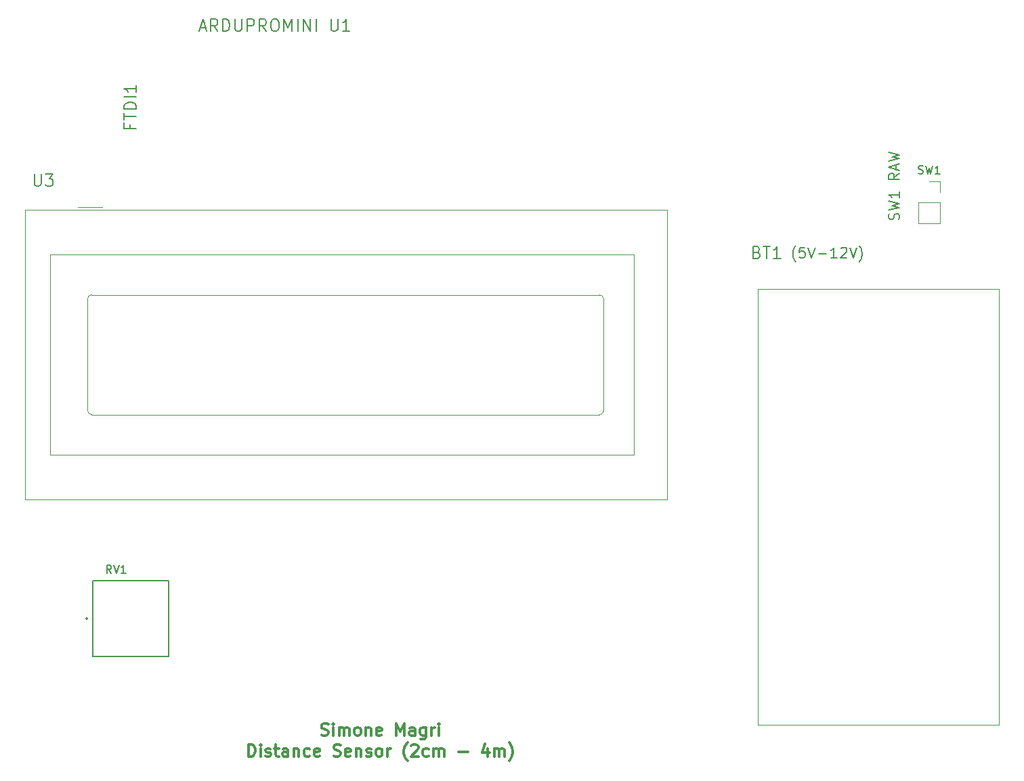
<source format=gbr>
%TF.GenerationSoftware,KiCad,Pcbnew,5.1.10-88a1d61d58~88~ubuntu18.04.1*%
%TF.CreationDate,2021-11-19T11:59:42+11:00*%
%TF.ProjectId,distanceSensorUltrasonicLCD,64697374-616e-4636-9553-656e736f7255,1.0*%
%TF.SameCoordinates,Original*%
%TF.FileFunction,Legend,Top*%
%TF.FilePolarity,Positive*%
%FSLAX46Y46*%
G04 Gerber Fmt 4.6, Leading zero omitted, Abs format (unit mm)*
G04 Created by KiCad (PCBNEW 5.1.10-88a1d61d58~88~ubuntu18.04.1) date 2021-11-19 11:59:42*
%MOMM*%
%LPD*%
G01*
G04 APERTURE LIST*
%ADD10C,0.375000*%
%ADD11C,0.127000*%
%ADD12C,0.200000*%
%ADD13C,0.120000*%
%ADD14C,0.150000*%
G04 APERTURE END LIST*
D10*
X134847142Y-149154642D02*
X135061428Y-149226071D01*
X135418571Y-149226071D01*
X135561428Y-149154642D01*
X135632857Y-149083214D01*
X135704285Y-148940357D01*
X135704285Y-148797500D01*
X135632857Y-148654642D01*
X135561428Y-148583214D01*
X135418571Y-148511785D01*
X135132857Y-148440357D01*
X134990000Y-148368928D01*
X134918571Y-148297500D01*
X134847142Y-148154642D01*
X134847142Y-148011785D01*
X134918571Y-147868928D01*
X134990000Y-147797500D01*
X135132857Y-147726071D01*
X135490000Y-147726071D01*
X135704285Y-147797500D01*
X136347142Y-149226071D02*
X136347142Y-148226071D01*
X136347142Y-147726071D02*
X136275714Y-147797500D01*
X136347142Y-147868928D01*
X136418571Y-147797500D01*
X136347142Y-147726071D01*
X136347142Y-147868928D01*
X137061428Y-149226071D02*
X137061428Y-148226071D01*
X137061428Y-148368928D02*
X137132857Y-148297500D01*
X137275714Y-148226071D01*
X137490000Y-148226071D01*
X137632857Y-148297500D01*
X137704285Y-148440357D01*
X137704285Y-149226071D01*
X137704285Y-148440357D02*
X137775714Y-148297500D01*
X137918571Y-148226071D01*
X138132857Y-148226071D01*
X138275714Y-148297500D01*
X138347142Y-148440357D01*
X138347142Y-149226071D01*
X139275714Y-149226071D02*
X139132857Y-149154642D01*
X139061428Y-149083214D01*
X138990000Y-148940357D01*
X138990000Y-148511785D01*
X139061428Y-148368928D01*
X139132857Y-148297500D01*
X139275714Y-148226071D01*
X139490000Y-148226071D01*
X139632857Y-148297500D01*
X139704285Y-148368928D01*
X139775714Y-148511785D01*
X139775714Y-148940357D01*
X139704285Y-149083214D01*
X139632857Y-149154642D01*
X139490000Y-149226071D01*
X139275714Y-149226071D01*
X140418571Y-148226071D02*
X140418571Y-149226071D01*
X140418571Y-148368928D02*
X140490000Y-148297500D01*
X140632857Y-148226071D01*
X140847142Y-148226071D01*
X140990000Y-148297500D01*
X141061428Y-148440357D01*
X141061428Y-149226071D01*
X142347142Y-149154642D02*
X142204285Y-149226071D01*
X141918571Y-149226071D01*
X141775714Y-149154642D01*
X141704285Y-149011785D01*
X141704285Y-148440357D01*
X141775714Y-148297500D01*
X141918571Y-148226071D01*
X142204285Y-148226071D01*
X142347142Y-148297500D01*
X142418571Y-148440357D01*
X142418571Y-148583214D01*
X141704285Y-148726071D01*
X144204285Y-149226071D02*
X144204285Y-147726071D01*
X144704285Y-148797500D01*
X145204285Y-147726071D01*
X145204285Y-149226071D01*
X146561428Y-149226071D02*
X146561428Y-148440357D01*
X146490000Y-148297500D01*
X146347142Y-148226071D01*
X146061428Y-148226071D01*
X145918571Y-148297500D01*
X146561428Y-149154642D02*
X146418571Y-149226071D01*
X146061428Y-149226071D01*
X145918571Y-149154642D01*
X145847142Y-149011785D01*
X145847142Y-148868928D01*
X145918571Y-148726071D01*
X146061428Y-148654642D01*
X146418571Y-148654642D01*
X146561428Y-148583214D01*
X147918571Y-148226071D02*
X147918571Y-149440357D01*
X147847142Y-149583214D01*
X147775714Y-149654642D01*
X147632857Y-149726071D01*
X147418571Y-149726071D01*
X147275714Y-149654642D01*
X147918571Y-149154642D02*
X147775714Y-149226071D01*
X147490000Y-149226071D01*
X147347142Y-149154642D01*
X147275714Y-149083214D01*
X147204285Y-148940357D01*
X147204285Y-148511785D01*
X147275714Y-148368928D01*
X147347142Y-148297500D01*
X147490000Y-148226071D01*
X147775714Y-148226071D01*
X147918571Y-148297500D01*
X148632857Y-149226071D02*
X148632857Y-148226071D01*
X148632857Y-148511785D02*
X148704285Y-148368928D01*
X148775714Y-148297500D01*
X148918571Y-148226071D01*
X149061428Y-148226071D01*
X149561428Y-149226071D02*
X149561428Y-148226071D01*
X149561428Y-147726071D02*
X149490000Y-147797500D01*
X149561428Y-147868928D01*
X149632857Y-147797500D01*
X149561428Y-147726071D01*
X149561428Y-147868928D01*
X125739999Y-151851071D02*
X125739999Y-150351071D01*
X126097142Y-150351071D01*
X126311428Y-150422500D01*
X126454285Y-150565357D01*
X126525714Y-150708214D01*
X126597142Y-150993928D01*
X126597142Y-151208214D01*
X126525714Y-151493928D01*
X126454285Y-151636785D01*
X126311428Y-151779642D01*
X126097142Y-151851071D01*
X125739999Y-151851071D01*
X127239999Y-151851071D02*
X127239999Y-150851071D01*
X127239999Y-150351071D02*
X127168571Y-150422500D01*
X127239999Y-150493928D01*
X127311428Y-150422500D01*
X127239999Y-150351071D01*
X127239999Y-150493928D01*
X127882857Y-151779642D02*
X128025714Y-151851071D01*
X128311428Y-151851071D01*
X128454285Y-151779642D01*
X128525714Y-151636785D01*
X128525714Y-151565357D01*
X128454285Y-151422500D01*
X128311428Y-151351071D01*
X128097142Y-151351071D01*
X127954285Y-151279642D01*
X127882857Y-151136785D01*
X127882857Y-151065357D01*
X127954285Y-150922500D01*
X128097142Y-150851071D01*
X128311428Y-150851071D01*
X128454285Y-150922500D01*
X128954285Y-150851071D02*
X129525714Y-150851071D01*
X129168571Y-150351071D02*
X129168571Y-151636785D01*
X129239999Y-151779642D01*
X129382857Y-151851071D01*
X129525714Y-151851071D01*
X130668571Y-151851071D02*
X130668571Y-151065357D01*
X130597142Y-150922500D01*
X130454285Y-150851071D01*
X130168571Y-150851071D01*
X130025714Y-150922500D01*
X130668571Y-151779642D02*
X130525714Y-151851071D01*
X130168571Y-151851071D01*
X130025714Y-151779642D01*
X129954285Y-151636785D01*
X129954285Y-151493928D01*
X130025714Y-151351071D01*
X130168571Y-151279642D01*
X130525714Y-151279642D01*
X130668571Y-151208214D01*
X131382857Y-150851071D02*
X131382857Y-151851071D01*
X131382857Y-150993928D02*
X131454285Y-150922500D01*
X131597142Y-150851071D01*
X131811428Y-150851071D01*
X131954285Y-150922500D01*
X132025714Y-151065357D01*
X132025714Y-151851071D01*
X133382857Y-151779642D02*
X133239999Y-151851071D01*
X132954285Y-151851071D01*
X132811428Y-151779642D01*
X132739999Y-151708214D01*
X132668571Y-151565357D01*
X132668571Y-151136785D01*
X132739999Y-150993928D01*
X132811428Y-150922500D01*
X132954285Y-150851071D01*
X133239999Y-150851071D01*
X133382857Y-150922500D01*
X134597142Y-151779642D02*
X134454285Y-151851071D01*
X134168571Y-151851071D01*
X134025714Y-151779642D01*
X133954285Y-151636785D01*
X133954285Y-151065357D01*
X134025714Y-150922500D01*
X134168571Y-150851071D01*
X134454285Y-150851071D01*
X134597142Y-150922500D01*
X134668571Y-151065357D01*
X134668571Y-151208214D01*
X133954285Y-151351071D01*
X136382857Y-151779642D02*
X136597142Y-151851071D01*
X136954285Y-151851071D01*
X137097142Y-151779642D01*
X137168571Y-151708214D01*
X137240000Y-151565357D01*
X137240000Y-151422500D01*
X137168571Y-151279642D01*
X137097142Y-151208214D01*
X136954285Y-151136785D01*
X136668571Y-151065357D01*
X136525714Y-150993928D01*
X136454285Y-150922500D01*
X136382857Y-150779642D01*
X136382857Y-150636785D01*
X136454285Y-150493928D01*
X136525714Y-150422500D01*
X136668571Y-150351071D01*
X137025714Y-150351071D01*
X137240000Y-150422500D01*
X138454285Y-151779642D02*
X138311428Y-151851071D01*
X138025714Y-151851071D01*
X137882857Y-151779642D01*
X137811428Y-151636785D01*
X137811428Y-151065357D01*
X137882857Y-150922500D01*
X138025714Y-150851071D01*
X138311428Y-150851071D01*
X138454285Y-150922500D01*
X138525714Y-151065357D01*
X138525714Y-151208214D01*
X137811428Y-151351071D01*
X139168571Y-150851071D02*
X139168571Y-151851071D01*
X139168571Y-150993928D02*
X139240000Y-150922500D01*
X139382857Y-150851071D01*
X139597142Y-150851071D01*
X139740000Y-150922500D01*
X139811428Y-151065357D01*
X139811428Y-151851071D01*
X140454285Y-151779642D02*
X140597142Y-151851071D01*
X140882857Y-151851071D01*
X141025714Y-151779642D01*
X141097142Y-151636785D01*
X141097142Y-151565357D01*
X141025714Y-151422500D01*
X140882857Y-151351071D01*
X140668571Y-151351071D01*
X140525714Y-151279642D01*
X140454285Y-151136785D01*
X140454285Y-151065357D01*
X140525714Y-150922500D01*
X140668571Y-150851071D01*
X140882857Y-150851071D01*
X141025714Y-150922500D01*
X141954285Y-151851071D02*
X141811428Y-151779642D01*
X141740000Y-151708214D01*
X141668571Y-151565357D01*
X141668571Y-151136785D01*
X141740000Y-150993928D01*
X141811428Y-150922500D01*
X141954285Y-150851071D01*
X142168571Y-150851071D01*
X142311428Y-150922500D01*
X142382857Y-150993928D01*
X142454285Y-151136785D01*
X142454285Y-151565357D01*
X142382857Y-151708214D01*
X142311428Y-151779642D01*
X142168571Y-151851071D01*
X141954285Y-151851071D01*
X143097142Y-151851071D02*
X143097142Y-150851071D01*
X143097142Y-151136785D02*
X143168571Y-150993928D01*
X143240000Y-150922500D01*
X143382857Y-150851071D01*
X143525714Y-150851071D01*
X145597142Y-152422500D02*
X145525714Y-152351071D01*
X145382857Y-152136785D01*
X145311428Y-151993928D01*
X145240000Y-151779642D01*
X145168571Y-151422500D01*
X145168571Y-151136785D01*
X145240000Y-150779642D01*
X145311428Y-150565357D01*
X145382857Y-150422500D01*
X145525714Y-150208214D01*
X145597142Y-150136785D01*
X146097142Y-150493928D02*
X146168571Y-150422500D01*
X146311428Y-150351071D01*
X146668571Y-150351071D01*
X146811428Y-150422500D01*
X146882857Y-150493928D01*
X146954285Y-150636785D01*
X146954285Y-150779642D01*
X146882857Y-150993928D01*
X146025714Y-151851071D01*
X146954285Y-151851071D01*
X148240000Y-151779642D02*
X148097142Y-151851071D01*
X147811428Y-151851071D01*
X147668571Y-151779642D01*
X147597142Y-151708214D01*
X147525714Y-151565357D01*
X147525714Y-151136785D01*
X147597142Y-150993928D01*
X147668571Y-150922500D01*
X147811428Y-150851071D01*
X148097142Y-150851071D01*
X148240000Y-150922500D01*
X148882857Y-151851071D02*
X148882857Y-150851071D01*
X148882857Y-150993928D02*
X148954285Y-150922500D01*
X149097142Y-150851071D01*
X149311428Y-150851071D01*
X149454285Y-150922500D01*
X149525714Y-151065357D01*
X149525714Y-151851071D01*
X149525714Y-151065357D02*
X149597142Y-150922500D01*
X149740000Y-150851071D01*
X149954285Y-150851071D01*
X150097142Y-150922500D01*
X150168571Y-151065357D01*
X150168571Y-151851071D01*
X152025714Y-151279642D02*
X153168571Y-151279642D01*
X155668571Y-150851071D02*
X155668571Y-151851071D01*
X155311428Y-150279642D02*
X154954285Y-151351071D01*
X155882857Y-151351071D01*
X156454285Y-151851071D02*
X156454285Y-150851071D01*
X156454285Y-150993928D02*
X156525714Y-150922500D01*
X156668571Y-150851071D01*
X156882857Y-150851071D01*
X157025714Y-150922500D01*
X157097142Y-151065357D01*
X157097142Y-151851071D01*
X157097142Y-151065357D02*
X157168571Y-150922500D01*
X157311428Y-150851071D01*
X157525714Y-150851071D01*
X157668571Y-150922500D01*
X157740000Y-151065357D01*
X157740000Y-151851071D01*
X158311428Y-152422500D02*
X158382857Y-152351071D01*
X158525714Y-152136785D01*
X158597142Y-151993928D01*
X158668571Y-151779642D01*
X158740000Y-151422500D01*
X158740000Y-151136785D01*
X158668571Y-150779642D01*
X158597142Y-150565357D01*
X158525714Y-150422500D01*
X158382857Y-150208214D01*
X158311428Y-150136785D01*
D11*
%TO.C,RV1*%
X106233000Y-129840000D02*
X106233000Y-139370000D01*
X106233000Y-139370000D02*
X115763000Y-139370000D01*
X115763000Y-139370000D02*
X115763000Y-129840000D01*
X115763000Y-129840000D02*
X106233000Y-129840000D01*
D12*
X105598000Y-134620000D02*
G75*
G03*
X105598000Y-134620000I-100000J0D01*
G01*
D13*
%TO.C,U3*%
X100918000Y-114106000D02*
X100918000Y-89106000D01*
X173918000Y-114106000D02*
X100918000Y-114106000D01*
X173918000Y-89106000D02*
X173918000Y-114106000D01*
X100918000Y-89106000D02*
X173918000Y-89106000D01*
X170118000Y-94606000D02*
X170118000Y-108606000D01*
X169618660Y-109106000D02*
X106118000Y-109106000D01*
X105618280Y-108605320D02*
X105618280Y-94606000D01*
X106118000Y-94106000D02*
X169618000Y-94106000D01*
X104418000Y-83106000D02*
X107418000Y-83106000D01*
X97788000Y-83466000D02*
X98578000Y-83466000D01*
X97778000Y-83466000D02*
X97778000Y-119746000D01*
X178058000Y-83466000D02*
X98578000Y-83466000D01*
X178058000Y-119746000D02*
X178058000Y-83466000D01*
X97778000Y-119746000D02*
X178058000Y-119746000D01*
X170118000Y-94606000D02*
G75*
G03*
X169618000Y-94106000I-500000J0D01*
G01*
X169618660Y-109105700D02*
G75*
G03*
X170119040Y-108605320I0J500380D01*
G01*
X105618280Y-108605320D02*
G75*
G03*
X106118660Y-109105700I500380J0D01*
G01*
X106118660Y-94104460D02*
G75*
G03*
X105618280Y-94604840I0J-500380D01*
G01*
%TO.C,BT1*%
X219570000Y-147920000D02*
X189370000Y-147920000D01*
X219570000Y-93420000D02*
X219570000Y-147920000D01*
X189370000Y-93420000D02*
X219570000Y-93420000D01*
X189370000Y-147920000D02*
X189370000Y-93420000D01*
%TO.C,SW1*%
X210820000Y-79950000D02*
X212150000Y-79950000D01*
X212150000Y-79950000D02*
X212150000Y-81280000D01*
X212150000Y-82550000D02*
X212150000Y-85150000D01*
X209490000Y-85150000D02*
X212150000Y-85150000D01*
X209490000Y-82550000D02*
X209490000Y-85150000D01*
X209490000Y-82550000D02*
X212150000Y-82550000D01*
%TO.C,RV1*%
D14*
X108577761Y-128937380D02*
X108244428Y-128461190D01*
X108006333Y-128937380D02*
X108006333Y-127937380D01*
X108387285Y-127937380D01*
X108482523Y-127985000D01*
X108530142Y-128032619D01*
X108577761Y-128127857D01*
X108577761Y-128270714D01*
X108530142Y-128365952D01*
X108482523Y-128413571D01*
X108387285Y-128461190D01*
X108006333Y-128461190D01*
X108863476Y-127937380D02*
X109196809Y-128937380D01*
X109530142Y-127937380D01*
X110387285Y-128937380D02*
X109815857Y-128937380D01*
X110101571Y-128937380D02*
X110101571Y-127937380D01*
X110006333Y-128080238D01*
X109911095Y-128175476D01*
X109815857Y-128223095D01*
%TO.C,U3*%
X98955142Y-78985371D02*
X98955142Y-80199657D01*
X99026571Y-80342514D01*
X99098000Y-80413942D01*
X99240857Y-80485371D01*
X99526571Y-80485371D01*
X99669428Y-80413942D01*
X99740857Y-80342514D01*
X99812285Y-80199657D01*
X99812285Y-78985371D01*
X100383714Y-78985371D02*
X101312285Y-78985371D01*
X100812285Y-79556800D01*
X101026571Y-79556800D01*
X101169428Y-79628228D01*
X101240857Y-79699657D01*
X101312285Y-79842514D01*
X101312285Y-80199657D01*
X101240857Y-80342514D01*
X101169428Y-80413942D01*
X101026571Y-80485371D01*
X100598000Y-80485371D01*
X100455142Y-80413942D01*
X100383714Y-80342514D01*
%TO.C,FTDI1*%
X110916257Y-72790571D02*
X110916257Y-73290571D01*
X111701971Y-73290571D02*
X110201971Y-73290571D01*
X110201971Y-72576285D01*
X110201971Y-72219142D02*
X110201971Y-71362000D01*
X111701971Y-71790571D02*
X110201971Y-71790571D01*
X111701971Y-70862000D02*
X110201971Y-70862000D01*
X110201971Y-70504857D01*
X110273400Y-70290571D01*
X110416257Y-70147714D01*
X110559114Y-70076285D01*
X110844828Y-70004857D01*
X111059114Y-70004857D01*
X111344828Y-70076285D01*
X111487685Y-70147714D01*
X111630542Y-70290571D01*
X111701971Y-70504857D01*
X111701971Y-70862000D01*
X111701971Y-69362000D02*
X110201971Y-69362000D01*
X111701971Y-67862000D02*
X111701971Y-68719142D01*
X111701971Y-68290571D02*
X110201971Y-68290571D01*
X110416257Y-68433428D01*
X110559114Y-68576285D01*
X110630542Y-68719142D01*
X119674857Y-60702000D02*
X120389142Y-60702000D01*
X119532000Y-61130571D02*
X120032000Y-59630571D01*
X120532000Y-61130571D01*
X121889142Y-61130571D02*
X121389142Y-60416285D01*
X121032000Y-61130571D02*
X121032000Y-59630571D01*
X121603428Y-59630571D01*
X121746285Y-59702000D01*
X121817714Y-59773428D01*
X121889142Y-59916285D01*
X121889142Y-60130571D01*
X121817714Y-60273428D01*
X121746285Y-60344857D01*
X121603428Y-60416285D01*
X121032000Y-60416285D01*
X122532000Y-61130571D02*
X122532000Y-59630571D01*
X122889142Y-59630571D01*
X123103428Y-59702000D01*
X123246285Y-59844857D01*
X123317714Y-59987714D01*
X123389142Y-60273428D01*
X123389142Y-60487714D01*
X123317714Y-60773428D01*
X123246285Y-60916285D01*
X123103428Y-61059142D01*
X122889142Y-61130571D01*
X122532000Y-61130571D01*
X124032000Y-59630571D02*
X124032000Y-60844857D01*
X124103428Y-60987714D01*
X124174857Y-61059142D01*
X124317714Y-61130571D01*
X124603428Y-61130571D01*
X124746285Y-61059142D01*
X124817714Y-60987714D01*
X124889142Y-60844857D01*
X124889142Y-59630571D01*
X125603428Y-61130571D02*
X125603428Y-59630571D01*
X126174857Y-59630571D01*
X126317714Y-59702000D01*
X126389142Y-59773428D01*
X126460571Y-59916285D01*
X126460571Y-60130571D01*
X126389142Y-60273428D01*
X126317714Y-60344857D01*
X126174857Y-60416285D01*
X125603428Y-60416285D01*
X127960571Y-61130571D02*
X127460571Y-60416285D01*
X127103428Y-61130571D02*
X127103428Y-59630571D01*
X127674857Y-59630571D01*
X127817714Y-59702000D01*
X127889142Y-59773428D01*
X127960571Y-59916285D01*
X127960571Y-60130571D01*
X127889142Y-60273428D01*
X127817714Y-60344857D01*
X127674857Y-60416285D01*
X127103428Y-60416285D01*
X128889142Y-59630571D02*
X129174857Y-59630571D01*
X129317714Y-59702000D01*
X129460571Y-59844857D01*
X129532000Y-60130571D01*
X129532000Y-60630571D01*
X129460571Y-60916285D01*
X129317714Y-61059142D01*
X129174857Y-61130571D01*
X128889142Y-61130571D01*
X128746285Y-61059142D01*
X128603428Y-60916285D01*
X128532000Y-60630571D01*
X128532000Y-60130571D01*
X128603428Y-59844857D01*
X128746285Y-59702000D01*
X128889142Y-59630571D01*
X130174857Y-61130571D02*
X130174857Y-59630571D01*
X130674857Y-60702000D01*
X131174857Y-59630571D01*
X131174857Y-61130571D01*
X131889142Y-61130571D02*
X131889142Y-59630571D01*
X132603428Y-61130571D02*
X132603428Y-59630571D01*
X133460571Y-61130571D01*
X133460571Y-59630571D01*
X134174857Y-61130571D02*
X134174857Y-59630571D01*
X136032000Y-59630571D02*
X136032000Y-60844857D01*
X136103428Y-60987714D01*
X136174857Y-61059142D01*
X136317714Y-61130571D01*
X136603428Y-61130571D01*
X136746285Y-61059142D01*
X136817714Y-60987714D01*
X136889142Y-60844857D01*
X136889142Y-59630571D01*
X138389142Y-61130571D02*
X137532000Y-61130571D01*
X137960571Y-61130571D02*
X137960571Y-59630571D01*
X137817714Y-59844857D01*
X137674857Y-59987714D01*
X137532000Y-60059142D01*
%TO.C,BT1*%
X189321428Y-88792857D02*
X189535714Y-88864285D01*
X189607142Y-88935714D01*
X189678571Y-89078571D01*
X189678571Y-89292857D01*
X189607142Y-89435714D01*
X189535714Y-89507142D01*
X189392857Y-89578571D01*
X188821428Y-89578571D01*
X188821428Y-88078571D01*
X189321428Y-88078571D01*
X189464285Y-88150000D01*
X189535714Y-88221428D01*
X189607142Y-88364285D01*
X189607142Y-88507142D01*
X189535714Y-88650000D01*
X189464285Y-88721428D01*
X189321428Y-88792857D01*
X188821428Y-88792857D01*
X190107142Y-88078571D02*
X190964285Y-88078571D01*
X190535714Y-89578571D02*
X190535714Y-88078571D01*
X192250000Y-89578571D02*
X191392857Y-89578571D01*
X191821428Y-89578571D02*
X191821428Y-88078571D01*
X191678571Y-88292857D01*
X191535714Y-88435714D01*
X191392857Y-88507142D01*
X194158095Y-89983333D02*
X194096190Y-89921428D01*
X193972380Y-89735714D01*
X193910476Y-89611904D01*
X193848571Y-89426190D01*
X193786666Y-89116666D01*
X193786666Y-88869047D01*
X193848571Y-88559523D01*
X193910476Y-88373809D01*
X193972380Y-88250000D01*
X194096190Y-88064285D01*
X194158095Y-88002380D01*
X195272380Y-88188095D02*
X194653333Y-88188095D01*
X194591428Y-88807142D01*
X194653333Y-88745238D01*
X194777142Y-88683333D01*
X195086666Y-88683333D01*
X195210476Y-88745238D01*
X195272380Y-88807142D01*
X195334285Y-88930952D01*
X195334285Y-89240476D01*
X195272380Y-89364285D01*
X195210476Y-89426190D01*
X195086666Y-89488095D01*
X194777142Y-89488095D01*
X194653333Y-89426190D01*
X194591428Y-89364285D01*
X195705714Y-88188095D02*
X196139047Y-89488095D01*
X196572380Y-88188095D01*
X197005714Y-88992857D02*
X197996190Y-88992857D01*
X199296190Y-89488095D02*
X198553333Y-89488095D01*
X198924761Y-89488095D02*
X198924761Y-88188095D01*
X198800952Y-88373809D01*
X198677142Y-88497619D01*
X198553333Y-88559523D01*
X199791428Y-88311904D02*
X199853333Y-88250000D01*
X199977142Y-88188095D01*
X200286666Y-88188095D01*
X200410476Y-88250000D01*
X200472380Y-88311904D01*
X200534285Y-88435714D01*
X200534285Y-88559523D01*
X200472380Y-88745238D01*
X199729523Y-89488095D01*
X200534285Y-89488095D01*
X200905714Y-88188095D02*
X201339047Y-89488095D01*
X201772380Y-88188095D01*
X202081904Y-89983333D02*
X202143809Y-89921428D01*
X202267619Y-89735714D01*
X202329523Y-89611904D01*
X202391428Y-89426190D01*
X202453333Y-89116666D01*
X202453333Y-88869047D01*
X202391428Y-88559523D01*
X202329523Y-88373809D01*
X202267619Y-88250000D01*
X202143809Y-88064285D01*
X202081904Y-88002380D01*
%TO.C,SW1*%
X209486666Y-78914761D02*
X209629523Y-78962380D01*
X209867619Y-78962380D01*
X209962857Y-78914761D01*
X210010476Y-78867142D01*
X210058095Y-78771904D01*
X210058095Y-78676666D01*
X210010476Y-78581428D01*
X209962857Y-78533809D01*
X209867619Y-78486190D01*
X209677142Y-78438571D01*
X209581904Y-78390952D01*
X209534285Y-78343333D01*
X209486666Y-78248095D01*
X209486666Y-78152857D01*
X209534285Y-78057619D01*
X209581904Y-78010000D01*
X209677142Y-77962380D01*
X209915238Y-77962380D01*
X210058095Y-78010000D01*
X210391428Y-77962380D02*
X210629523Y-78962380D01*
X210820000Y-78248095D01*
X211010476Y-78962380D01*
X211248571Y-77962380D01*
X212153333Y-78962380D02*
X211581904Y-78962380D01*
X211867619Y-78962380D02*
X211867619Y-77962380D01*
X211772380Y-78105238D01*
X211677142Y-78200476D01*
X211581904Y-78248095D01*
X207028190Y-84696571D02*
X207090095Y-84510857D01*
X207090095Y-84201333D01*
X207028190Y-84077523D01*
X206966285Y-84015619D01*
X206842476Y-83953714D01*
X206718666Y-83953714D01*
X206594857Y-84015619D01*
X206532952Y-84077523D01*
X206471047Y-84201333D01*
X206409142Y-84448952D01*
X206347238Y-84572761D01*
X206285333Y-84634666D01*
X206161523Y-84696571D01*
X206037714Y-84696571D01*
X205913904Y-84634666D01*
X205852000Y-84572761D01*
X205790095Y-84448952D01*
X205790095Y-84139428D01*
X205852000Y-83953714D01*
X205790095Y-83520380D02*
X207090095Y-83210857D01*
X206161523Y-82963238D01*
X207090095Y-82715619D01*
X205790095Y-82406095D01*
X207090095Y-81229904D02*
X207090095Y-81972761D01*
X207090095Y-81601333D02*
X205790095Y-81601333D01*
X205975809Y-81725142D01*
X206099619Y-81848952D01*
X206161523Y-81972761D01*
X207090095Y-78939428D02*
X206471047Y-79372761D01*
X207090095Y-79682285D02*
X205790095Y-79682285D01*
X205790095Y-79187047D01*
X205852000Y-79063238D01*
X205913904Y-79001333D01*
X206037714Y-78939428D01*
X206223428Y-78939428D01*
X206347238Y-79001333D01*
X206409142Y-79063238D01*
X206471047Y-79187047D01*
X206471047Y-79682285D01*
X206718666Y-78444190D02*
X206718666Y-77825142D01*
X207090095Y-78568000D02*
X205790095Y-78134666D01*
X207090095Y-77701333D01*
X205790095Y-77391809D02*
X207090095Y-77082285D01*
X206161523Y-76834666D01*
X207090095Y-76587047D01*
X205790095Y-76277523D01*
%TD*%
M02*

</source>
